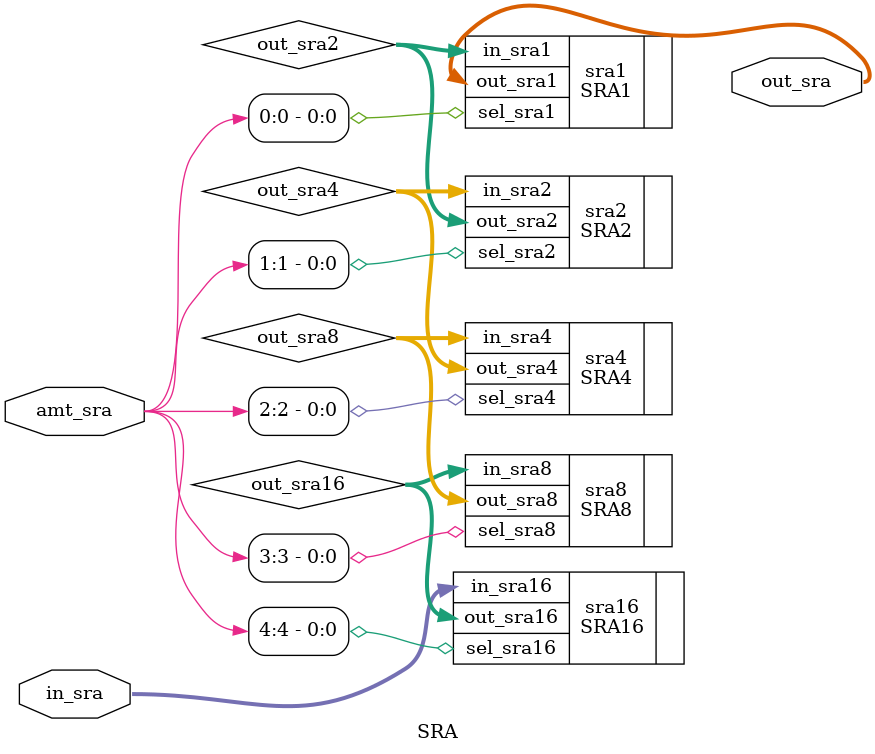
<source format=v>
module SRA (in_sra, amt_sra, out_sra);
  input [31:0] in_sra;
  input [4:0] amt_sra;
  output [31:0] out_sra;
  
  wire [31:0] out_sra16, out_sra8, out_sra4, out_sra2, out_sra1;
  
  SRA16 sra16(.in_sra16(in_sra), .sel_sra16(amt_sra[4]), .out_sra16(out_sra16));
  SRA8 sra8(.in_sra8(out_sra16), .sel_sra8(amt_sra[3]), .out_sra8(out_sra8));
  SRA4 sra4(.in_sra4(out_sra8), .sel_sra4(amt_sra[2]), .out_sra4(out_sra4));
  SRA2 sra2(.in_sra2(out_sra4), .sel_sra2(amt_sra[1]), .out_sra2(out_sra2));
  SRA1 sra1(.in_sra1(out_sra2), .sel_sra1(amt_sra[0]), .out_sra1(out_sra));
endmodule

</source>
